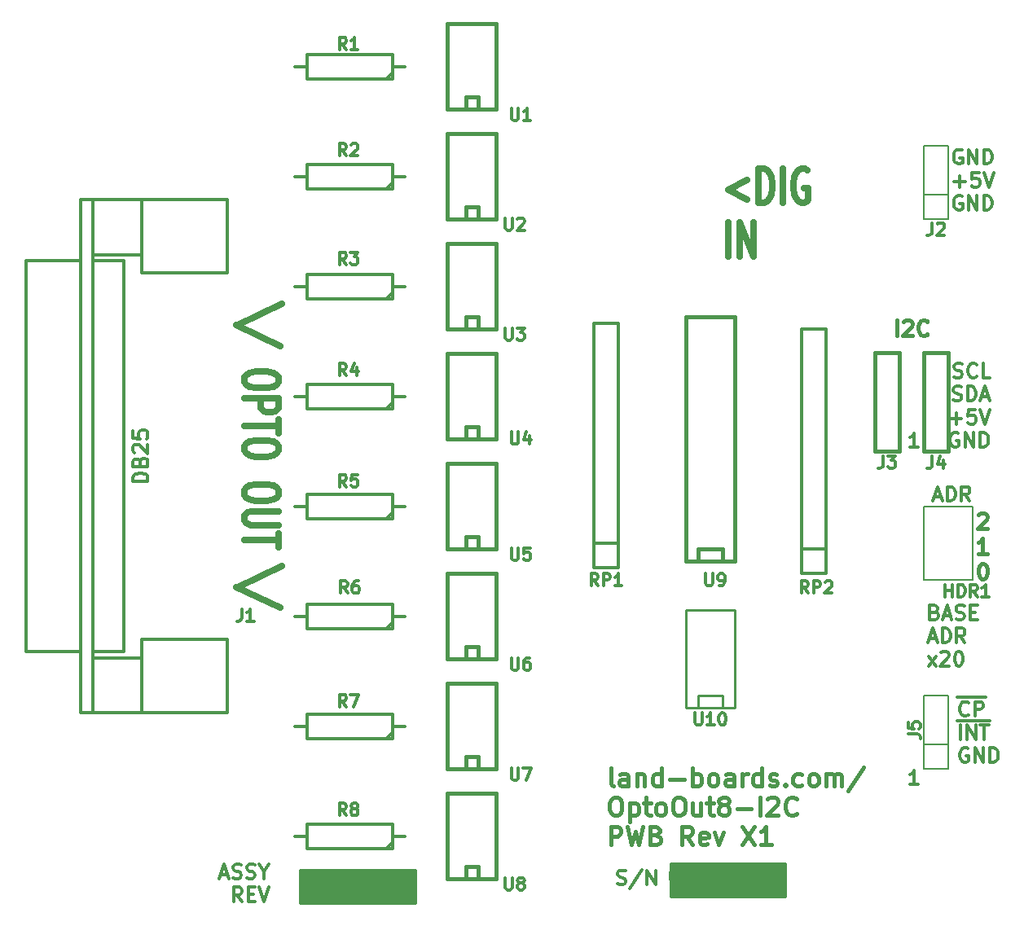
<source format=gto>
G04 (created by PCBNEW (2013-05-31 BZR 4019)-stable) date 6/28/2014 3:05:12 PM*
%MOIN*%
G04 Gerber Fmt 3.4, Leading zero omitted, Abs format*
%FSLAX34Y34*%
G01*
G70*
G90*
G04 APERTURE LIST*
%ADD10C,0.00590551*%
%ADD11C,0.011811*%
%ADD12C,0.015*%
%ADD13C,0.015625*%
%ADD14C,0.025*%
%ADD15C,0.012*%
%ADD16C,0.008*%
%ADD17C,0.006*%
%ADD18C,0.01*%
%ADD19C,0.0125*%
G04 APERTURE END LIST*
G54D10*
G54D11*
X34912Y-20370D02*
X35193Y-20370D01*
X34856Y-20539D02*
X35053Y-19948D01*
X35249Y-20539D01*
X35446Y-20539D02*
X35446Y-19948D01*
X35587Y-19948D01*
X35671Y-19976D01*
X35728Y-20032D01*
X35756Y-20089D01*
X35784Y-20201D01*
X35784Y-20285D01*
X35756Y-20398D01*
X35728Y-20454D01*
X35671Y-20510D01*
X35587Y-20539D01*
X35446Y-20539D01*
X36374Y-20539D02*
X36177Y-20257D01*
X36037Y-20539D02*
X36037Y-19948D01*
X36262Y-19948D01*
X36318Y-19976D01*
X36346Y-20004D01*
X36374Y-20060D01*
X36374Y-20145D01*
X36346Y-20201D01*
X36318Y-20229D01*
X36262Y-20257D01*
X36037Y-20257D01*
X34268Y-32139D02*
X33931Y-32139D01*
X34100Y-32139D02*
X34100Y-31548D01*
X34043Y-31632D01*
X33987Y-31689D01*
X33931Y-31717D01*
X34268Y-18339D02*
X33931Y-18339D01*
X34100Y-18339D02*
X34100Y-17748D01*
X34043Y-17832D01*
X33987Y-17889D01*
X33931Y-17917D01*
X36050Y-6176D02*
X35993Y-6148D01*
X35909Y-6148D01*
X35825Y-6176D01*
X35768Y-6232D01*
X35740Y-6289D01*
X35712Y-6401D01*
X35712Y-6485D01*
X35740Y-6598D01*
X35768Y-6654D01*
X35825Y-6710D01*
X35909Y-6739D01*
X35965Y-6739D01*
X36050Y-6710D01*
X36078Y-6682D01*
X36078Y-6485D01*
X35965Y-6485D01*
X36331Y-6739D02*
X36331Y-6148D01*
X36668Y-6739D01*
X36668Y-6148D01*
X36949Y-6739D02*
X36949Y-6148D01*
X37090Y-6148D01*
X37174Y-6176D01*
X37231Y-6232D01*
X37259Y-6289D01*
X37287Y-6401D01*
X37287Y-6485D01*
X37259Y-6598D01*
X37231Y-6654D01*
X37174Y-6710D01*
X37090Y-6739D01*
X36949Y-6739D01*
X35740Y-7458D02*
X36190Y-7458D01*
X35965Y-7683D02*
X35965Y-7233D01*
X36753Y-7093D02*
X36471Y-7093D01*
X36443Y-7374D01*
X36471Y-7346D01*
X36528Y-7318D01*
X36668Y-7318D01*
X36724Y-7346D01*
X36753Y-7374D01*
X36781Y-7430D01*
X36781Y-7571D01*
X36753Y-7627D01*
X36724Y-7655D01*
X36668Y-7683D01*
X36528Y-7683D01*
X36471Y-7655D01*
X36443Y-7627D01*
X36949Y-7093D02*
X37146Y-7683D01*
X37343Y-7093D01*
X36050Y-8066D02*
X35993Y-8038D01*
X35909Y-8038D01*
X35825Y-8066D01*
X35768Y-8122D01*
X35740Y-8178D01*
X35712Y-8291D01*
X35712Y-8375D01*
X35740Y-8488D01*
X35768Y-8544D01*
X35825Y-8600D01*
X35909Y-8628D01*
X35965Y-8628D01*
X36050Y-8600D01*
X36078Y-8572D01*
X36078Y-8375D01*
X35965Y-8375D01*
X36331Y-8628D02*
X36331Y-8038D01*
X36668Y-8628D01*
X36668Y-8038D01*
X36949Y-8628D02*
X36949Y-8038D01*
X37090Y-8038D01*
X37174Y-8066D01*
X37231Y-8122D01*
X37259Y-8178D01*
X37287Y-8291D01*
X37287Y-8375D01*
X37259Y-8488D01*
X37231Y-8544D01*
X37174Y-8600D01*
X37090Y-8628D01*
X36949Y-8628D01*
X36328Y-29282D02*
X36299Y-29310D01*
X36215Y-29339D01*
X36159Y-29339D01*
X36074Y-29310D01*
X36018Y-29254D01*
X35990Y-29198D01*
X35962Y-29085D01*
X35962Y-29001D01*
X35990Y-28889D01*
X36018Y-28832D01*
X36074Y-28776D01*
X36159Y-28748D01*
X36215Y-28748D01*
X36299Y-28776D01*
X36328Y-28804D01*
X36581Y-29339D02*
X36581Y-28748D01*
X36806Y-28748D01*
X36862Y-28776D01*
X36890Y-28804D01*
X36918Y-28860D01*
X36918Y-28945D01*
X36890Y-29001D01*
X36862Y-29029D01*
X36806Y-29057D01*
X36581Y-29057D01*
X35850Y-28568D02*
X37031Y-28568D01*
X35990Y-30283D02*
X35990Y-29693D01*
X36271Y-30283D02*
X36271Y-29693D01*
X36609Y-30283D01*
X36609Y-29693D01*
X36806Y-29693D02*
X37143Y-29693D01*
X36974Y-30283D02*
X36974Y-29693D01*
X35850Y-29513D02*
X37199Y-29513D01*
X36299Y-30666D02*
X36243Y-30638D01*
X36159Y-30638D01*
X36074Y-30666D01*
X36018Y-30722D01*
X35990Y-30778D01*
X35962Y-30891D01*
X35962Y-30975D01*
X35990Y-31088D01*
X36018Y-31144D01*
X36074Y-31200D01*
X36159Y-31228D01*
X36215Y-31228D01*
X36299Y-31200D01*
X36328Y-31172D01*
X36328Y-30975D01*
X36215Y-30975D01*
X36581Y-31228D02*
X36581Y-30638D01*
X36918Y-31228D01*
X36918Y-30638D01*
X37199Y-31228D02*
X37199Y-30638D01*
X37340Y-30638D01*
X37424Y-30666D01*
X37481Y-30722D01*
X37509Y-30778D01*
X37537Y-30891D01*
X37537Y-30975D01*
X37509Y-31088D01*
X37481Y-31144D01*
X37424Y-31200D01*
X37340Y-31228D01*
X37199Y-31228D01*
X34937Y-25079D02*
X35021Y-25107D01*
X35049Y-25135D01*
X35078Y-25192D01*
X35078Y-25276D01*
X35049Y-25332D01*
X35021Y-25360D01*
X34965Y-25389D01*
X34740Y-25389D01*
X34740Y-24798D01*
X34937Y-24798D01*
X34993Y-24826D01*
X35021Y-24854D01*
X35049Y-24910D01*
X35049Y-24967D01*
X35021Y-25023D01*
X34993Y-25051D01*
X34937Y-25079D01*
X34740Y-25079D01*
X35303Y-25220D02*
X35584Y-25220D01*
X35246Y-25389D02*
X35443Y-24798D01*
X35640Y-25389D01*
X35809Y-25360D02*
X35893Y-25389D01*
X36034Y-25389D01*
X36090Y-25360D01*
X36118Y-25332D01*
X36146Y-25276D01*
X36146Y-25220D01*
X36118Y-25164D01*
X36090Y-25135D01*
X36034Y-25107D01*
X35921Y-25079D01*
X35865Y-25051D01*
X35837Y-25023D01*
X35809Y-24967D01*
X35809Y-24910D01*
X35837Y-24854D01*
X35865Y-24826D01*
X35921Y-24798D01*
X36062Y-24798D01*
X36146Y-24826D01*
X36399Y-25079D02*
X36596Y-25079D01*
X36680Y-25389D02*
X36399Y-25389D01*
X36399Y-24798D01*
X36680Y-24798D01*
X34712Y-26165D02*
X34993Y-26165D01*
X34656Y-26333D02*
X34853Y-25743D01*
X35049Y-26333D01*
X35246Y-26333D02*
X35246Y-25743D01*
X35387Y-25743D01*
X35471Y-25771D01*
X35528Y-25827D01*
X35556Y-25883D01*
X35584Y-25996D01*
X35584Y-26080D01*
X35556Y-26193D01*
X35528Y-26249D01*
X35471Y-26305D01*
X35387Y-26333D01*
X35246Y-26333D01*
X36174Y-26333D02*
X35977Y-26052D01*
X35837Y-26333D02*
X35837Y-25743D01*
X36062Y-25743D01*
X36118Y-25771D01*
X36146Y-25799D01*
X36174Y-25855D01*
X36174Y-25940D01*
X36146Y-25996D01*
X36118Y-26024D01*
X36062Y-26052D01*
X35837Y-26052D01*
X34684Y-27278D02*
X34993Y-26885D01*
X34684Y-26885D02*
X34993Y-27278D01*
X35190Y-26744D02*
X35218Y-26716D01*
X35274Y-26688D01*
X35415Y-26688D01*
X35471Y-26716D01*
X35499Y-26744D01*
X35528Y-26800D01*
X35528Y-26856D01*
X35499Y-26941D01*
X35162Y-27278D01*
X35528Y-27278D01*
X35893Y-26688D02*
X35949Y-26688D01*
X36006Y-26716D01*
X36034Y-26744D01*
X36062Y-26800D01*
X36090Y-26913D01*
X36090Y-27053D01*
X36062Y-27166D01*
X36034Y-27222D01*
X36006Y-27250D01*
X35949Y-27278D01*
X35893Y-27278D01*
X35837Y-27250D01*
X35809Y-27222D01*
X35781Y-27166D01*
X35752Y-27053D01*
X35752Y-26913D01*
X35781Y-26800D01*
X35809Y-26744D01*
X35837Y-26716D01*
X35893Y-26688D01*
G54D12*
X21785Y-32203D02*
X21714Y-32167D01*
X21678Y-32096D01*
X21678Y-31453D01*
X22392Y-32203D02*
X22392Y-31810D01*
X22357Y-31739D01*
X22285Y-31703D01*
X22142Y-31703D01*
X22071Y-31739D01*
X22392Y-32167D02*
X22321Y-32203D01*
X22142Y-32203D01*
X22071Y-32167D01*
X22035Y-32096D01*
X22035Y-32025D01*
X22071Y-31953D01*
X22142Y-31917D01*
X22321Y-31917D01*
X22392Y-31882D01*
X22749Y-31703D02*
X22749Y-32203D01*
X22749Y-31775D02*
X22785Y-31739D01*
X22857Y-31703D01*
X22964Y-31703D01*
X23035Y-31739D01*
X23071Y-31810D01*
X23071Y-32203D01*
X23749Y-32203D02*
X23749Y-31453D01*
X23749Y-32167D02*
X23678Y-32203D01*
X23535Y-32203D01*
X23464Y-32167D01*
X23428Y-32132D01*
X23392Y-32060D01*
X23392Y-31846D01*
X23428Y-31775D01*
X23464Y-31739D01*
X23535Y-31703D01*
X23678Y-31703D01*
X23749Y-31739D01*
X24107Y-31917D02*
X24678Y-31917D01*
X25035Y-32203D02*
X25035Y-31453D01*
X25035Y-31739D02*
X25107Y-31703D01*
X25249Y-31703D01*
X25321Y-31739D01*
X25357Y-31775D01*
X25392Y-31846D01*
X25392Y-32060D01*
X25357Y-32132D01*
X25321Y-32167D01*
X25249Y-32203D01*
X25107Y-32203D01*
X25035Y-32167D01*
X25821Y-32203D02*
X25749Y-32167D01*
X25714Y-32132D01*
X25678Y-32060D01*
X25678Y-31846D01*
X25714Y-31775D01*
X25749Y-31739D01*
X25821Y-31703D01*
X25928Y-31703D01*
X25999Y-31739D01*
X26035Y-31775D01*
X26071Y-31846D01*
X26071Y-32060D01*
X26035Y-32132D01*
X25999Y-32167D01*
X25928Y-32203D01*
X25821Y-32203D01*
X26714Y-32203D02*
X26714Y-31810D01*
X26678Y-31739D01*
X26607Y-31703D01*
X26464Y-31703D01*
X26392Y-31739D01*
X26714Y-32167D02*
X26642Y-32203D01*
X26464Y-32203D01*
X26392Y-32167D01*
X26357Y-32096D01*
X26357Y-32025D01*
X26392Y-31953D01*
X26464Y-31917D01*
X26642Y-31917D01*
X26714Y-31882D01*
X27071Y-32203D02*
X27071Y-31703D01*
X27071Y-31846D02*
X27107Y-31775D01*
X27142Y-31739D01*
X27214Y-31703D01*
X27285Y-31703D01*
X27857Y-32203D02*
X27857Y-31453D01*
X27857Y-32167D02*
X27785Y-32203D01*
X27642Y-32203D01*
X27571Y-32167D01*
X27535Y-32132D01*
X27499Y-32060D01*
X27499Y-31846D01*
X27535Y-31775D01*
X27571Y-31739D01*
X27642Y-31703D01*
X27785Y-31703D01*
X27857Y-31739D01*
X28178Y-32167D02*
X28249Y-32203D01*
X28392Y-32203D01*
X28464Y-32167D01*
X28499Y-32096D01*
X28499Y-32060D01*
X28464Y-31989D01*
X28392Y-31953D01*
X28285Y-31953D01*
X28214Y-31917D01*
X28178Y-31846D01*
X28178Y-31810D01*
X28214Y-31739D01*
X28285Y-31703D01*
X28392Y-31703D01*
X28464Y-31739D01*
X28821Y-32132D02*
X28857Y-32167D01*
X28821Y-32203D01*
X28785Y-32167D01*
X28821Y-32132D01*
X28821Y-32203D01*
X29499Y-32167D02*
X29428Y-32203D01*
X29285Y-32203D01*
X29214Y-32167D01*
X29178Y-32132D01*
X29142Y-32060D01*
X29142Y-31846D01*
X29178Y-31775D01*
X29214Y-31739D01*
X29285Y-31703D01*
X29428Y-31703D01*
X29499Y-31739D01*
X29928Y-32203D02*
X29857Y-32167D01*
X29821Y-32132D01*
X29785Y-32060D01*
X29785Y-31846D01*
X29821Y-31775D01*
X29857Y-31739D01*
X29928Y-31703D01*
X30035Y-31703D01*
X30107Y-31739D01*
X30142Y-31775D01*
X30178Y-31846D01*
X30178Y-32060D01*
X30142Y-32132D01*
X30107Y-32167D01*
X30035Y-32203D01*
X29928Y-32203D01*
X30499Y-32203D02*
X30499Y-31703D01*
X30499Y-31775D02*
X30535Y-31739D01*
X30607Y-31703D01*
X30714Y-31703D01*
X30785Y-31739D01*
X30821Y-31810D01*
X30821Y-32203D01*
X30821Y-31810D02*
X30857Y-31739D01*
X30928Y-31703D01*
X31035Y-31703D01*
X31107Y-31739D01*
X31142Y-31810D01*
X31142Y-32203D01*
X32035Y-31417D02*
X31392Y-32382D01*
X21821Y-32653D02*
X21964Y-32653D01*
X22035Y-32689D01*
X22107Y-32760D01*
X22142Y-32903D01*
X22142Y-33153D01*
X22107Y-33296D01*
X22035Y-33367D01*
X21964Y-33403D01*
X21821Y-33403D01*
X21750Y-33367D01*
X21678Y-33296D01*
X21642Y-33153D01*
X21642Y-32903D01*
X21678Y-32760D01*
X21750Y-32689D01*
X21821Y-32653D01*
X22464Y-32903D02*
X22464Y-33653D01*
X22464Y-32939D02*
X22535Y-32903D01*
X22678Y-32903D01*
X22750Y-32939D01*
X22785Y-32975D01*
X22821Y-33046D01*
X22821Y-33260D01*
X22785Y-33332D01*
X22750Y-33367D01*
X22678Y-33403D01*
X22535Y-33403D01*
X22464Y-33367D01*
X23035Y-32903D02*
X23321Y-32903D01*
X23142Y-32653D02*
X23142Y-33296D01*
X23178Y-33367D01*
X23249Y-33403D01*
X23321Y-33403D01*
X23678Y-33403D02*
X23607Y-33367D01*
X23571Y-33332D01*
X23535Y-33260D01*
X23535Y-33046D01*
X23571Y-32975D01*
X23607Y-32939D01*
X23678Y-32903D01*
X23785Y-32903D01*
X23857Y-32939D01*
X23892Y-32975D01*
X23928Y-33046D01*
X23928Y-33260D01*
X23892Y-33332D01*
X23857Y-33367D01*
X23785Y-33403D01*
X23678Y-33403D01*
X24392Y-32653D02*
X24535Y-32653D01*
X24607Y-32689D01*
X24678Y-32760D01*
X24714Y-32903D01*
X24714Y-33153D01*
X24678Y-33296D01*
X24607Y-33367D01*
X24535Y-33403D01*
X24392Y-33403D01*
X24321Y-33367D01*
X24249Y-33296D01*
X24214Y-33153D01*
X24214Y-32903D01*
X24249Y-32760D01*
X24321Y-32689D01*
X24392Y-32653D01*
X25357Y-32903D02*
X25357Y-33403D01*
X25035Y-32903D02*
X25035Y-33296D01*
X25071Y-33367D01*
X25142Y-33403D01*
X25249Y-33403D01*
X25321Y-33367D01*
X25357Y-33332D01*
X25607Y-32903D02*
X25892Y-32903D01*
X25714Y-32653D02*
X25714Y-33296D01*
X25749Y-33367D01*
X25821Y-33403D01*
X25892Y-33403D01*
X26249Y-32975D02*
X26178Y-32939D01*
X26142Y-32903D01*
X26107Y-32832D01*
X26107Y-32796D01*
X26142Y-32725D01*
X26178Y-32689D01*
X26249Y-32653D01*
X26392Y-32653D01*
X26464Y-32689D01*
X26499Y-32725D01*
X26535Y-32796D01*
X26535Y-32832D01*
X26499Y-32903D01*
X26464Y-32939D01*
X26392Y-32975D01*
X26249Y-32975D01*
X26178Y-33010D01*
X26142Y-33046D01*
X26107Y-33117D01*
X26107Y-33260D01*
X26142Y-33332D01*
X26178Y-33367D01*
X26249Y-33403D01*
X26392Y-33403D01*
X26464Y-33367D01*
X26499Y-33332D01*
X26535Y-33260D01*
X26535Y-33117D01*
X26499Y-33046D01*
X26464Y-33010D01*
X26392Y-32975D01*
X26857Y-33117D02*
X27428Y-33117D01*
X27785Y-33403D02*
X27785Y-32653D01*
X28107Y-32725D02*
X28142Y-32689D01*
X28214Y-32653D01*
X28392Y-32653D01*
X28464Y-32689D01*
X28499Y-32725D01*
X28535Y-32796D01*
X28535Y-32867D01*
X28499Y-32975D01*
X28071Y-33403D01*
X28535Y-33403D01*
X29285Y-33332D02*
X29249Y-33367D01*
X29142Y-33403D01*
X29071Y-33403D01*
X28964Y-33367D01*
X28892Y-33296D01*
X28857Y-33225D01*
X28821Y-33082D01*
X28821Y-32975D01*
X28857Y-32832D01*
X28892Y-32760D01*
X28964Y-32689D01*
X29071Y-32653D01*
X29142Y-32653D01*
X29249Y-32689D01*
X29285Y-32725D01*
X21678Y-34603D02*
X21678Y-33853D01*
X21964Y-33853D01*
X22035Y-33889D01*
X22071Y-33925D01*
X22107Y-33996D01*
X22107Y-34103D01*
X22071Y-34175D01*
X22035Y-34210D01*
X21964Y-34246D01*
X21678Y-34246D01*
X22357Y-33853D02*
X22535Y-34603D01*
X22678Y-34067D01*
X22821Y-34603D01*
X23000Y-33853D01*
X23535Y-34210D02*
X23642Y-34246D01*
X23678Y-34282D01*
X23714Y-34353D01*
X23714Y-34460D01*
X23678Y-34532D01*
X23642Y-34567D01*
X23571Y-34603D01*
X23285Y-34603D01*
X23285Y-33853D01*
X23535Y-33853D01*
X23607Y-33889D01*
X23642Y-33925D01*
X23678Y-33996D01*
X23678Y-34067D01*
X23642Y-34139D01*
X23607Y-34175D01*
X23535Y-34210D01*
X23285Y-34210D01*
X25035Y-34603D02*
X24785Y-34246D01*
X24607Y-34603D02*
X24607Y-33853D01*
X24892Y-33853D01*
X24964Y-33889D01*
X25000Y-33925D01*
X25035Y-33996D01*
X25035Y-34103D01*
X25000Y-34175D01*
X24964Y-34210D01*
X24892Y-34246D01*
X24607Y-34246D01*
X25642Y-34567D02*
X25571Y-34603D01*
X25428Y-34603D01*
X25357Y-34567D01*
X25321Y-34496D01*
X25321Y-34210D01*
X25357Y-34139D01*
X25428Y-34103D01*
X25571Y-34103D01*
X25642Y-34139D01*
X25678Y-34210D01*
X25678Y-34282D01*
X25321Y-34353D01*
X25928Y-34103D02*
X26107Y-34603D01*
X26285Y-34103D01*
X27071Y-33853D02*
X27571Y-34603D01*
X27571Y-33853D02*
X27071Y-34603D01*
X28250Y-34603D02*
X27821Y-34603D01*
X28035Y-34603D02*
X28035Y-33853D01*
X27964Y-33960D01*
X27892Y-34032D01*
X27821Y-34067D01*
G54D11*
X21962Y-36210D02*
X22047Y-36239D01*
X22187Y-36239D01*
X22243Y-36210D01*
X22272Y-36182D01*
X22300Y-36126D01*
X22300Y-36070D01*
X22272Y-36014D01*
X22243Y-35985D01*
X22187Y-35957D01*
X22075Y-35929D01*
X22018Y-35901D01*
X21990Y-35873D01*
X21962Y-35817D01*
X21962Y-35760D01*
X21990Y-35704D01*
X22018Y-35676D01*
X22075Y-35648D01*
X22215Y-35648D01*
X22300Y-35676D01*
X22975Y-35620D02*
X22468Y-36379D01*
X23171Y-36239D02*
X23171Y-35648D01*
X23509Y-36239D01*
X23509Y-35648D01*
G54D13*
X33389Y-13752D02*
X33389Y-13127D01*
X33657Y-13187D02*
X33687Y-13157D01*
X33747Y-13127D01*
X33895Y-13127D01*
X33955Y-13157D01*
X33985Y-13187D01*
X34014Y-13247D01*
X34014Y-13306D01*
X33985Y-13395D01*
X33627Y-13752D01*
X34014Y-13752D01*
X34639Y-13693D02*
X34610Y-13723D01*
X34520Y-13752D01*
X34461Y-13752D01*
X34372Y-13723D01*
X34312Y-13663D01*
X34282Y-13604D01*
X34252Y-13485D01*
X34252Y-13395D01*
X34282Y-13276D01*
X34312Y-13217D01*
X34372Y-13157D01*
X34461Y-13127D01*
X34520Y-13127D01*
X34610Y-13157D01*
X34639Y-13187D01*
G54D11*
X35731Y-15460D02*
X35815Y-15489D01*
X35956Y-15489D01*
X36012Y-15460D01*
X36040Y-15432D01*
X36068Y-15376D01*
X36068Y-15320D01*
X36040Y-15264D01*
X36012Y-15235D01*
X35956Y-15207D01*
X35843Y-15179D01*
X35787Y-15151D01*
X35759Y-15123D01*
X35731Y-15067D01*
X35731Y-15010D01*
X35759Y-14954D01*
X35787Y-14926D01*
X35843Y-14898D01*
X35984Y-14898D01*
X36068Y-14926D01*
X36659Y-15432D02*
X36631Y-15460D01*
X36546Y-15489D01*
X36490Y-15489D01*
X36406Y-15460D01*
X36350Y-15404D01*
X36321Y-15348D01*
X36293Y-15235D01*
X36293Y-15151D01*
X36321Y-15039D01*
X36350Y-14982D01*
X36406Y-14926D01*
X36490Y-14898D01*
X36546Y-14898D01*
X36631Y-14926D01*
X36659Y-14954D01*
X37193Y-15489D02*
X36912Y-15489D01*
X36912Y-14898D01*
X35703Y-16405D02*
X35787Y-16433D01*
X35928Y-16433D01*
X35984Y-16405D01*
X36012Y-16377D01*
X36040Y-16321D01*
X36040Y-16265D01*
X36012Y-16208D01*
X35984Y-16180D01*
X35928Y-16152D01*
X35815Y-16124D01*
X35759Y-16096D01*
X35731Y-16068D01*
X35703Y-16012D01*
X35703Y-15955D01*
X35731Y-15899D01*
X35759Y-15871D01*
X35815Y-15843D01*
X35956Y-15843D01*
X36040Y-15871D01*
X36293Y-16433D02*
X36293Y-15843D01*
X36434Y-15843D01*
X36518Y-15871D01*
X36575Y-15927D01*
X36603Y-15983D01*
X36631Y-16096D01*
X36631Y-16180D01*
X36603Y-16293D01*
X36575Y-16349D01*
X36518Y-16405D01*
X36434Y-16433D01*
X36293Y-16433D01*
X36856Y-16265D02*
X37137Y-16265D01*
X36800Y-16433D02*
X36996Y-15843D01*
X37193Y-16433D01*
X35590Y-17153D02*
X36040Y-17153D01*
X35815Y-17378D02*
X35815Y-16928D01*
X36603Y-16788D02*
X36321Y-16788D01*
X36293Y-17069D01*
X36321Y-17041D01*
X36378Y-17013D01*
X36518Y-17013D01*
X36575Y-17041D01*
X36603Y-17069D01*
X36631Y-17125D01*
X36631Y-17266D01*
X36603Y-17322D01*
X36575Y-17350D01*
X36518Y-17378D01*
X36378Y-17378D01*
X36321Y-17350D01*
X36293Y-17322D01*
X36800Y-16788D02*
X36996Y-17378D01*
X37193Y-16788D01*
X35900Y-17761D02*
X35843Y-17733D01*
X35759Y-17733D01*
X35675Y-17761D01*
X35618Y-17817D01*
X35590Y-17873D01*
X35562Y-17986D01*
X35562Y-18070D01*
X35590Y-18183D01*
X35618Y-18239D01*
X35675Y-18295D01*
X35759Y-18323D01*
X35815Y-18323D01*
X35900Y-18295D01*
X35928Y-18267D01*
X35928Y-18070D01*
X35815Y-18070D01*
X36181Y-18323D02*
X36181Y-17733D01*
X36518Y-18323D01*
X36518Y-17733D01*
X36800Y-18323D02*
X36800Y-17733D01*
X36940Y-17733D01*
X37025Y-17761D01*
X37081Y-17817D01*
X37109Y-17873D01*
X37137Y-17986D01*
X37137Y-18070D01*
X37109Y-18183D01*
X37081Y-18239D01*
X37025Y-18295D01*
X36940Y-18323D01*
X36800Y-18323D01*
G54D13*
X36721Y-21087D02*
X36751Y-21057D01*
X36810Y-21027D01*
X36959Y-21027D01*
X37019Y-21057D01*
X37048Y-21087D01*
X37078Y-21147D01*
X37078Y-21206D01*
X37048Y-21295D01*
X36691Y-21652D01*
X37078Y-21652D01*
X37078Y-22684D02*
X36721Y-22684D01*
X36900Y-22684D02*
X36900Y-22059D01*
X36840Y-22148D01*
X36780Y-22208D01*
X36721Y-22237D01*
X36870Y-23090D02*
X36929Y-23090D01*
X36989Y-23120D01*
X37019Y-23150D01*
X37048Y-23209D01*
X37078Y-23328D01*
X37078Y-23477D01*
X37048Y-23596D01*
X37019Y-23655D01*
X36989Y-23685D01*
X36929Y-23715D01*
X36870Y-23715D01*
X36810Y-23685D01*
X36780Y-23655D01*
X36751Y-23596D01*
X36721Y-23477D01*
X36721Y-23328D01*
X36751Y-23209D01*
X36780Y-23150D01*
X36810Y-23120D01*
X36870Y-23090D01*
G54D14*
X8216Y-12476D02*
X6416Y-13333D01*
X8150Y-14190D02*
X6350Y-13333D01*
X8083Y-15476D02*
X8083Y-15666D01*
X8016Y-15761D01*
X7883Y-15857D01*
X7616Y-15904D01*
X7150Y-15904D01*
X6883Y-15857D01*
X6750Y-15761D01*
X6683Y-15666D01*
X6683Y-15476D01*
X6750Y-15380D01*
X6883Y-15285D01*
X7150Y-15238D01*
X7616Y-15238D01*
X7883Y-15285D01*
X8016Y-15380D01*
X8083Y-15476D01*
X6683Y-16333D02*
X8083Y-16333D01*
X8083Y-16714D01*
X8016Y-16809D01*
X7950Y-16857D01*
X7816Y-16904D01*
X7616Y-16904D01*
X7483Y-16857D01*
X7416Y-16809D01*
X7350Y-16714D01*
X7350Y-16333D01*
X8083Y-17190D02*
X8083Y-17761D01*
X6683Y-17476D02*
X8083Y-17476D01*
X8083Y-18285D02*
X8083Y-18476D01*
X8016Y-18571D01*
X7883Y-18666D01*
X7616Y-18714D01*
X7150Y-18714D01*
X6883Y-18666D01*
X6750Y-18571D01*
X6683Y-18476D01*
X6683Y-18285D01*
X6750Y-18190D01*
X6883Y-18095D01*
X7150Y-18047D01*
X7616Y-18047D01*
X7883Y-18095D01*
X8016Y-18190D01*
X8083Y-18285D01*
X8083Y-20095D02*
X8083Y-20285D01*
X8016Y-20380D01*
X7883Y-20476D01*
X7616Y-20523D01*
X7150Y-20523D01*
X6883Y-20476D01*
X6750Y-20380D01*
X6683Y-20285D01*
X6683Y-20095D01*
X6750Y-20000D01*
X6883Y-19904D01*
X7150Y-19857D01*
X7616Y-19857D01*
X7883Y-19904D01*
X8016Y-20000D01*
X8083Y-20095D01*
X8083Y-20952D02*
X6950Y-20952D01*
X6816Y-21000D01*
X6750Y-21047D01*
X6683Y-21142D01*
X6683Y-21333D01*
X6750Y-21428D01*
X6816Y-21476D01*
X6950Y-21523D01*
X8083Y-21523D01*
X8083Y-21857D02*
X8083Y-22428D01*
X6683Y-22142D02*
X8083Y-22142D01*
X8216Y-23190D02*
X6416Y-24047D01*
X8150Y-24904D02*
X6350Y-24047D01*
X27250Y-7383D02*
X26488Y-7783D01*
X27250Y-8183D01*
X27726Y-8316D02*
X27726Y-6916D01*
X27964Y-6916D01*
X28107Y-6983D01*
X28202Y-7116D01*
X28250Y-7250D01*
X28297Y-7516D01*
X28297Y-7716D01*
X28250Y-7983D01*
X28202Y-8116D01*
X28107Y-8250D01*
X27964Y-8316D01*
X27726Y-8316D01*
X28726Y-8316D02*
X28726Y-6916D01*
X29726Y-6983D02*
X29630Y-6916D01*
X29488Y-6916D01*
X29345Y-6983D01*
X29250Y-7116D01*
X29202Y-7250D01*
X29154Y-7516D01*
X29154Y-7716D01*
X29202Y-7983D01*
X29250Y-8116D01*
X29345Y-8250D01*
X29488Y-8316D01*
X29583Y-8316D01*
X29726Y-8250D01*
X29773Y-8183D01*
X29773Y-7716D01*
X29583Y-7716D01*
X26488Y-10526D02*
X26488Y-9126D01*
X26964Y-10526D02*
X26964Y-9126D01*
X27535Y-10526D01*
X27535Y-9126D01*
G54D11*
X5725Y-35820D02*
X6006Y-35820D01*
X5669Y-35989D02*
X5865Y-35398D01*
X6062Y-35989D01*
X6231Y-35960D02*
X6315Y-35989D01*
X6456Y-35989D01*
X6512Y-35960D01*
X6540Y-35932D01*
X6568Y-35876D01*
X6568Y-35820D01*
X6540Y-35764D01*
X6512Y-35735D01*
X6456Y-35707D01*
X6343Y-35679D01*
X6287Y-35651D01*
X6259Y-35623D01*
X6231Y-35567D01*
X6231Y-35510D01*
X6259Y-35454D01*
X6287Y-35426D01*
X6343Y-35398D01*
X6484Y-35398D01*
X6568Y-35426D01*
X6793Y-35960D02*
X6878Y-35989D01*
X7018Y-35989D01*
X7075Y-35960D01*
X7103Y-35932D01*
X7131Y-35876D01*
X7131Y-35820D01*
X7103Y-35764D01*
X7075Y-35735D01*
X7018Y-35707D01*
X6906Y-35679D01*
X6850Y-35651D01*
X6821Y-35623D01*
X6793Y-35567D01*
X6793Y-35510D01*
X6821Y-35454D01*
X6850Y-35426D01*
X6906Y-35398D01*
X7046Y-35398D01*
X7131Y-35426D01*
X7496Y-35707D02*
X7496Y-35989D01*
X7300Y-35398D02*
X7496Y-35707D01*
X7693Y-35398D01*
X6597Y-36933D02*
X6400Y-36652D01*
X6259Y-36933D02*
X6259Y-36343D01*
X6484Y-36343D01*
X6540Y-36371D01*
X6568Y-36399D01*
X6597Y-36455D01*
X6597Y-36540D01*
X6568Y-36596D01*
X6540Y-36624D01*
X6484Y-36652D01*
X6259Y-36652D01*
X6850Y-36624D02*
X7046Y-36624D01*
X7131Y-36933D02*
X6850Y-36933D01*
X6850Y-36343D01*
X7131Y-36343D01*
X7300Y-36343D02*
X7496Y-36933D01*
X7693Y-36343D01*
G54D14*
X28750Y-36500D02*
X24250Y-36500D01*
X24250Y-36500D02*
X24250Y-36250D01*
X24250Y-36250D02*
X28750Y-36250D01*
X28750Y-36250D02*
X28750Y-36000D01*
X28750Y-36000D02*
X24200Y-36000D01*
X24200Y-36000D02*
X24200Y-35750D01*
X24200Y-35750D02*
X28750Y-35750D01*
X28750Y-35750D02*
X28750Y-35550D01*
X28750Y-35550D02*
X24250Y-35550D01*
G54D12*
X24150Y-36700D02*
X28800Y-36700D01*
X28800Y-36700D02*
X28800Y-35400D01*
X28800Y-35400D02*
X24150Y-35400D01*
X24150Y-35400D02*
X24150Y-36700D01*
G54D15*
X12750Y-3250D02*
X12750Y-2250D01*
X12750Y-2250D02*
X9250Y-2250D01*
X9250Y-2250D02*
X9250Y-3250D01*
X9250Y-3250D02*
X12750Y-3250D01*
X12750Y-3000D02*
X12500Y-3250D01*
X12750Y-2750D02*
X13250Y-2750D01*
X9250Y-2750D02*
X8750Y-2750D01*
X12750Y-7750D02*
X12750Y-6750D01*
X12750Y-6750D02*
X9250Y-6750D01*
X9250Y-6750D02*
X9250Y-7750D01*
X9250Y-7750D02*
X12750Y-7750D01*
X12750Y-7500D02*
X12500Y-7750D01*
X12750Y-7250D02*
X13250Y-7250D01*
X9250Y-7250D02*
X8750Y-7250D01*
X12750Y-12250D02*
X12750Y-11250D01*
X12750Y-11250D02*
X9250Y-11250D01*
X9250Y-11250D02*
X9250Y-12250D01*
X9250Y-12250D02*
X12750Y-12250D01*
X12750Y-12000D02*
X12500Y-12250D01*
X12750Y-11750D02*
X13250Y-11750D01*
X9250Y-11750D02*
X8750Y-11750D01*
X12750Y-16750D02*
X12750Y-15750D01*
X12750Y-15750D02*
X9250Y-15750D01*
X9250Y-15750D02*
X9250Y-16750D01*
X9250Y-16750D02*
X12750Y-16750D01*
X12750Y-16500D02*
X12500Y-16750D01*
X12750Y-16250D02*
X13250Y-16250D01*
X9250Y-16250D02*
X8750Y-16250D01*
X12750Y-21250D02*
X12750Y-20250D01*
X12750Y-20250D02*
X9250Y-20250D01*
X9250Y-20250D02*
X9250Y-21250D01*
X9250Y-21250D02*
X12750Y-21250D01*
X12750Y-21000D02*
X12500Y-21250D01*
X12750Y-20750D02*
X13250Y-20750D01*
X9250Y-20750D02*
X8750Y-20750D01*
X12750Y-25750D02*
X12750Y-24750D01*
X12750Y-24750D02*
X9250Y-24750D01*
X9250Y-24750D02*
X9250Y-25750D01*
X9250Y-25750D02*
X12750Y-25750D01*
X12750Y-25500D02*
X12500Y-25750D01*
X12750Y-25250D02*
X13250Y-25250D01*
X9250Y-25250D02*
X8750Y-25250D01*
X12750Y-34750D02*
X12750Y-33750D01*
X12750Y-33750D02*
X9250Y-33750D01*
X9250Y-33750D02*
X9250Y-34750D01*
X9250Y-34750D02*
X12750Y-34750D01*
X12750Y-34500D02*
X12500Y-34750D01*
X12750Y-34250D02*
X13250Y-34250D01*
X9250Y-34250D02*
X8750Y-34250D01*
X12750Y-30250D02*
X12750Y-29250D01*
X12750Y-29250D02*
X9250Y-29250D01*
X9250Y-29250D02*
X9250Y-30250D01*
X9250Y-30250D02*
X12750Y-30250D01*
X12750Y-30000D02*
X12500Y-30250D01*
X12750Y-29750D02*
X13250Y-29750D01*
X9250Y-29750D02*
X8750Y-29750D01*
G54D12*
X15000Y-36000D02*
X15000Y-32500D01*
X15000Y-32500D02*
X17000Y-32500D01*
X17000Y-32500D02*
X17000Y-36000D01*
X17000Y-36000D02*
X15000Y-36000D01*
X15750Y-36000D02*
X15750Y-35500D01*
X15750Y-35500D02*
X16250Y-35500D01*
X16250Y-35500D02*
X16250Y-36000D01*
X15000Y-4500D02*
X15000Y-1000D01*
X15000Y-1000D02*
X17000Y-1000D01*
X17000Y-1000D02*
X17000Y-4500D01*
X17000Y-4500D02*
X15000Y-4500D01*
X15750Y-4500D02*
X15750Y-4000D01*
X15750Y-4000D02*
X16250Y-4000D01*
X16250Y-4000D02*
X16250Y-4500D01*
X15000Y-9000D02*
X15000Y-5500D01*
X15000Y-5500D02*
X17000Y-5500D01*
X17000Y-5500D02*
X17000Y-9000D01*
X17000Y-9000D02*
X15000Y-9000D01*
X15750Y-9000D02*
X15750Y-8500D01*
X15750Y-8500D02*
X16250Y-8500D01*
X16250Y-8500D02*
X16250Y-9000D01*
X15000Y-13500D02*
X15000Y-10000D01*
X15000Y-10000D02*
X17000Y-10000D01*
X17000Y-10000D02*
X17000Y-13500D01*
X17000Y-13500D02*
X15000Y-13500D01*
X15750Y-13500D02*
X15750Y-13000D01*
X15750Y-13000D02*
X16250Y-13000D01*
X16250Y-13000D02*
X16250Y-13500D01*
X15000Y-18000D02*
X15000Y-14500D01*
X15000Y-14500D02*
X17000Y-14500D01*
X17000Y-14500D02*
X17000Y-18000D01*
X17000Y-18000D02*
X15000Y-18000D01*
X15750Y-18000D02*
X15750Y-17500D01*
X15750Y-17500D02*
X16250Y-17500D01*
X16250Y-17500D02*
X16250Y-18000D01*
X15000Y-22500D02*
X15000Y-19000D01*
X15000Y-19000D02*
X17000Y-19000D01*
X17000Y-19000D02*
X17000Y-22500D01*
X17000Y-22500D02*
X15000Y-22500D01*
X15750Y-22500D02*
X15750Y-22000D01*
X15750Y-22000D02*
X16250Y-22000D01*
X16250Y-22000D02*
X16250Y-22500D01*
X15000Y-27000D02*
X15000Y-23500D01*
X15000Y-23500D02*
X17000Y-23500D01*
X17000Y-23500D02*
X17000Y-27000D01*
X17000Y-27000D02*
X15000Y-27000D01*
X15750Y-27000D02*
X15750Y-26500D01*
X15750Y-26500D02*
X16250Y-26500D01*
X16250Y-26500D02*
X16250Y-27000D01*
X15000Y-31500D02*
X15000Y-28000D01*
X15000Y-28000D02*
X17000Y-28000D01*
X17000Y-28000D02*
X17000Y-31500D01*
X17000Y-31500D02*
X15000Y-31500D01*
X15750Y-31500D02*
X15750Y-31000D01*
X15750Y-31000D02*
X16250Y-31000D01*
X16250Y-31000D02*
X16250Y-31500D01*
G54D14*
X13600Y-36750D02*
X9100Y-36750D01*
X9100Y-36750D02*
X9100Y-36500D01*
X9100Y-36500D02*
X13600Y-36500D01*
X13600Y-36500D02*
X13600Y-36250D01*
X13600Y-36250D02*
X9050Y-36250D01*
X9050Y-36250D02*
X9050Y-36000D01*
X9050Y-36000D02*
X13600Y-36000D01*
X13600Y-36000D02*
X13600Y-35800D01*
X13600Y-35800D02*
X9100Y-35800D01*
G54D12*
X9000Y-36950D02*
X13650Y-36950D01*
X13650Y-36950D02*
X13650Y-35650D01*
X13650Y-35650D02*
X9000Y-35650D01*
X9000Y-35650D02*
X9000Y-36950D01*
X34508Y-18492D02*
X34508Y-14457D01*
X34508Y-14457D02*
X35492Y-14457D01*
X34508Y-18492D02*
X35492Y-18492D01*
X35492Y-18492D02*
X35492Y-14457D01*
G54D16*
X34500Y-23750D02*
X34500Y-20750D01*
X36500Y-20750D02*
X36500Y-23750D01*
X36500Y-23750D02*
X34500Y-23750D01*
X34500Y-20750D02*
X36500Y-20750D01*
G54D12*
X25250Y-23000D02*
X25250Y-22500D01*
X25250Y-22500D02*
X26250Y-22500D01*
X26250Y-22500D02*
X26250Y-23000D01*
X24750Y-23000D02*
X24750Y-13000D01*
X24750Y-13000D02*
X26750Y-13000D01*
X26750Y-13000D02*
X26750Y-23000D01*
X26750Y-23000D02*
X24750Y-23000D01*
G54D15*
X500Y-8200D02*
X6000Y-8200D01*
X2500Y-11200D02*
X6000Y-11200D01*
X500Y-10450D02*
X2500Y-10450D01*
X500Y-26950D02*
X2500Y-26950D01*
X2500Y-26200D02*
X6000Y-26200D01*
X6000Y-29200D02*
X500Y-29200D01*
X2500Y-8200D02*
X2500Y-11200D01*
X2500Y-29200D02*
X2500Y-26200D01*
X1750Y-10700D02*
X500Y-10700D01*
X1750Y-26700D02*
X500Y-26700D01*
X-2250Y-10700D02*
X0Y-10700D01*
X-2250Y-26700D02*
X0Y-26700D01*
X500Y-8200D02*
X0Y-8200D01*
X0Y-8200D02*
X0Y-29200D01*
X0Y-29200D02*
X500Y-29200D01*
X500Y-29200D02*
X500Y-8200D01*
X6000Y-11200D02*
X6000Y-8200D01*
X1750Y-26700D02*
X1750Y-10700D01*
X-2250Y-26700D02*
X-2250Y-10700D01*
X6000Y-29200D02*
X6000Y-26200D01*
X22000Y-23250D02*
X21000Y-23250D01*
X21000Y-23250D02*
X21000Y-13250D01*
X21000Y-13250D02*
X22000Y-13250D01*
X22000Y-13250D02*
X22000Y-23250D01*
X22000Y-22250D02*
X21000Y-22250D01*
X30500Y-23500D02*
X29500Y-23500D01*
X29500Y-23500D02*
X29500Y-13500D01*
X29500Y-13500D02*
X30500Y-13500D01*
X30500Y-13500D02*
X30500Y-23500D01*
X30500Y-22500D02*
X29500Y-22500D01*
G54D12*
X32508Y-18492D02*
X32508Y-14457D01*
X32508Y-14457D02*
X33492Y-14457D01*
X32508Y-18492D02*
X33492Y-18492D01*
X33492Y-18492D02*
X33492Y-14457D01*
G54D17*
X35500Y-9000D02*
X34500Y-9000D01*
X34500Y-9000D02*
X34500Y-6000D01*
X34500Y-6000D02*
X35500Y-6000D01*
X35500Y-6000D02*
X35500Y-9000D01*
X34500Y-8000D02*
X35500Y-8000D01*
X35500Y-31500D02*
X34500Y-31500D01*
X34500Y-31500D02*
X34500Y-28500D01*
X34500Y-28500D02*
X35500Y-28500D01*
X35500Y-28500D02*
X35500Y-31500D01*
X34500Y-30500D02*
X35500Y-30500D01*
G54D18*
X25250Y-29000D02*
X25250Y-28500D01*
X25250Y-28500D02*
X26250Y-28500D01*
X26250Y-28500D02*
X26250Y-29000D01*
X24750Y-29000D02*
X24750Y-25000D01*
X24750Y-25000D02*
X26750Y-25000D01*
X26750Y-25000D02*
X26750Y-29000D01*
X26750Y-29000D02*
X24750Y-29000D01*
G54D19*
X10866Y-2052D02*
X10700Y-1814D01*
X10580Y-2052D02*
X10580Y-1552D01*
X10771Y-1552D01*
X10819Y-1576D01*
X10842Y-1600D01*
X10866Y-1647D01*
X10866Y-1719D01*
X10842Y-1766D01*
X10819Y-1790D01*
X10771Y-1814D01*
X10580Y-1814D01*
X11342Y-2052D02*
X11057Y-2052D01*
X11200Y-2052D02*
X11200Y-1552D01*
X11152Y-1623D01*
X11104Y-1671D01*
X11057Y-1695D01*
X10866Y-6402D02*
X10700Y-6164D01*
X10580Y-6402D02*
X10580Y-5902D01*
X10771Y-5902D01*
X10819Y-5926D01*
X10842Y-5950D01*
X10866Y-5997D01*
X10866Y-6069D01*
X10842Y-6116D01*
X10819Y-6140D01*
X10771Y-6164D01*
X10580Y-6164D01*
X11057Y-5950D02*
X11080Y-5926D01*
X11128Y-5902D01*
X11247Y-5902D01*
X11295Y-5926D01*
X11319Y-5950D01*
X11342Y-5997D01*
X11342Y-6045D01*
X11319Y-6116D01*
X11033Y-6402D01*
X11342Y-6402D01*
X10866Y-10852D02*
X10700Y-10614D01*
X10580Y-10852D02*
X10580Y-10352D01*
X10771Y-10352D01*
X10819Y-10376D01*
X10842Y-10400D01*
X10866Y-10447D01*
X10866Y-10519D01*
X10842Y-10566D01*
X10819Y-10590D01*
X10771Y-10614D01*
X10580Y-10614D01*
X11033Y-10352D02*
X11342Y-10352D01*
X11176Y-10542D01*
X11247Y-10542D01*
X11295Y-10566D01*
X11319Y-10590D01*
X11342Y-10638D01*
X11342Y-10757D01*
X11319Y-10804D01*
X11295Y-10828D01*
X11247Y-10852D01*
X11104Y-10852D01*
X11057Y-10828D01*
X11033Y-10804D01*
X10866Y-15402D02*
X10700Y-15164D01*
X10580Y-15402D02*
X10580Y-14902D01*
X10771Y-14902D01*
X10819Y-14926D01*
X10842Y-14950D01*
X10866Y-14997D01*
X10866Y-15069D01*
X10842Y-15116D01*
X10819Y-15140D01*
X10771Y-15164D01*
X10580Y-15164D01*
X11295Y-15069D02*
X11295Y-15402D01*
X11176Y-14878D02*
X11057Y-15235D01*
X11366Y-15235D01*
X10866Y-19952D02*
X10700Y-19714D01*
X10580Y-19952D02*
X10580Y-19452D01*
X10771Y-19452D01*
X10819Y-19476D01*
X10842Y-19500D01*
X10866Y-19547D01*
X10866Y-19619D01*
X10842Y-19666D01*
X10819Y-19690D01*
X10771Y-19714D01*
X10580Y-19714D01*
X11319Y-19452D02*
X11080Y-19452D01*
X11057Y-19690D01*
X11080Y-19666D01*
X11128Y-19642D01*
X11247Y-19642D01*
X11295Y-19666D01*
X11319Y-19690D01*
X11342Y-19738D01*
X11342Y-19857D01*
X11319Y-19904D01*
X11295Y-19928D01*
X11247Y-19952D01*
X11128Y-19952D01*
X11080Y-19928D01*
X11057Y-19904D01*
X10916Y-24302D02*
X10750Y-24064D01*
X10630Y-24302D02*
X10630Y-23802D01*
X10821Y-23802D01*
X10869Y-23826D01*
X10892Y-23850D01*
X10916Y-23897D01*
X10916Y-23969D01*
X10892Y-24016D01*
X10869Y-24040D01*
X10821Y-24064D01*
X10630Y-24064D01*
X11345Y-23802D02*
X11250Y-23802D01*
X11202Y-23826D01*
X11178Y-23850D01*
X11130Y-23921D01*
X11107Y-24016D01*
X11107Y-24207D01*
X11130Y-24254D01*
X11154Y-24278D01*
X11202Y-24302D01*
X11297Y-24302D01*
X11345Y-24278D01*
X11369Y-24254D01*
X11392Y-24207D01*
X11392Y-24088D01*
X11369Y-24040D01*
X11345Y-24016D01*
X11297Y-23992D01*
X11202Y-23992D01*
X11154Y-24016D01*
X11130Y-24040D01*
X11107Y-24088D01*
X10866Y-33402D02*
X10700Y-33164D01*
X10580Y-33402D02*
X10580Y-32902D01*
X10771Y-32902D01*
X10819Y-32926D01*
X10842Y-32950D01*
X10866Y-32997D01*
X10866Y-33069D01*
X10842Y-33116D01*
X10819Y-33140D01*
X10771Y-33164D01*
X10580Y-33164D01*
X11152Y-33116D02*
X11104Y-33092D01*
X11080Y-33069D01*
X11057Y-33021D01*
X11057Y-32997D01*
X11080Y-32950D01*
X11104Y-32926D01*
X11152Y-32902D01*
X11247Y-32902D01*
X11295Y-32926D01*
X11319Y-32950D01*
X11342Y-32997D01*
X11342Y-33021D01*
X11319Y-33069D01*
X11295Y-33092D01*
X11247Y-33116D01*
X11152Y-33116D01*
X11104Y-33140D01*
X11080Y-33164D01*
X11057Y-33211D01*
X11057Y-33307D01*
X11080Y-33354D01*
X11104Y-33378D01*
X11152Y-33402D01*
X11247Y-33402D01*
X11295Y-33378D01*
X11319Y-33354D01*
X11342Y-33307D01*
X11342Y-33211D01*
X11319Y-33164D01*
X11295Y-33140D01*
X11247Y-33116D01*
X10866Y-28952D02*
X10700Y-28714D01*
X10580Y-28952D02*
X10580Y-28452D01*
X10771Y-28452D01*
X10819Y-28476D01*
X10842Y-28500D01*
X10866Y-28547D01*
X10866Y-28619D01*
X10842Y-28666D01*
X10819Y-28690D01*
X10771Y-28714D01*
X10580Y-28714D01*
X11033Y-28452D02*
X11366Y-28452D01*
X11152Y-28952D01*
X17369Y-35952D02*
X17369Y-36357D01*
X17392Y-36404D01*
X17416Y-36428D01*
X17464Y-36452D01*
X17559Y-36452D01*
X17607Y-36428D01*
X17630Y-36404D01*
X17654Y-36357D01*
X17654Y-35952D01*
X17964Y-36166D02*
X17916Y-36142D01*
X17892Y-36119D01*
X17869Y-36071D01*
X17869Y-36047D01*
X17892Y-36000D01*
X17916Y-35976D01*
X17964Y-35952D01*
X18059Y-35952D01*
X18107Y-35976D01*
X18130Y-36000D01*
X18154Y-36047D01*
X18154Y-36071D01*
X18130Y-36119D01*
X18107Y-36142D01*
X18059Y-36166D01*
X17964Y-36166D01*
X17916Y-36190D01*
X17892Y-36214D01*
X17869Y-36261D01*
X17869Y-36357D01*
X17892Y-36404D01*
X17916Y-36428D01*
X17964Y-36452D01*
X18059Y-36452D01*
X18107Y-36428D01*
X18130Y-36404D01*
X18154Y-36357D01*
X18154Y-36261D01*
X18130Y-36214D01*
X18107Y-36190D01*
X18059Y-36166D01*
X17619Y-4452D02*
X17619Y-4857D01*
X17642Y-4904D01*
X17666Y-4928D01*
X17714Y-4952D01*
X17809Y-4952D01*
X17857Y-4928D01*
X17880Y-4904D01*
X17904Y-4857D01*
X17904Y-4452D01*
X18404Y-4952D02*
X18119Y-4952D01*
X18261Y-4952D02*
X18261Y-4452D01*
X18214Y-4523D01*
X18166Y-4571D01*
X18119Y-4595D01*
X17369Y-8952D02*
X17369Y-9357D01*
X17392Y-9404D01*
X17416Y-9428D01*
X17464Y-9452D01*
X17559Y-9452D01*
X17607Y-9428D01*
X17630Y-9404D01*
X17654Y-9357D01*
X17654Y-8952D01*
X17869Y-9000D02*
X17892Y-8976D01*
X17940Y-8952D01*
X18059Y-8952D01*
X18107Y-8976D01*
X18130Y-9000D01*
X18154Y-9047D01*
X18154Y-9095D01*
X18130Y-9166D01*
X17845Y-9452D01*
X18154Y-9452D01*
X17369Y-13452D02*
X17369Y-13857D01*
X17392Y-13904D01*
X17416Y-13928D01*
X17464Y-13952D01*
X17559Y-13952D01*
X17607Y-13928D01*
X17630Y-13904D01*
X17654Y-13857D01*
X17654Y-13452D01*
X17845Y-13452D02*
X18154Y-13452D01*
X17988Y-13642D01*
X18059Y-13642D01*
X18107Y-13666D01*
X18130Y-13690D01*
X18154Y-13738D01*
X18154Y-13857D01*
X18130Y-13904D01*
X18107Y-13928D01*
X18059Y-13952D01*
X17916Y-13952D01*
X17869Y-13928D01*
X17845Y-13904D01*
X17619Y-17702D02*
X17619Y-18107D01*
X17642Y-18154D01*
X17666Y-18178D01*
X17714Y-18202D01*
X17809Y-18202D01*
X17857Y-18178D01*
X17880Y-18154D01*
X17904Y-18107D01*
X17904Y-17702D01*
X18357Y-17869D02*
X18357Y-18202D01*
X18238Y-17678D02*
X18119Y-18035D01*
X18428Y-18035D01*
X17619Y-22452D02*
X17619Y-22857D01*
X17642Y-22904D01*
X17666Y-22928D01*
X17714Y-22952D01*
X17809Y-22952D01*
X17857Y-22928D01*
X17880Y-22904D01*
X17904Y-22857D01*
X17904Y-22452D01*
X18380Y-22452D02*
X18142Y-22452D01*
X18119Y-22690D01*
X18142Y-22666D01*
X18190Y-22642D01*
X18309Y-22642D01*
X18357Y-22666D01*
X18380Y-22690D01*
X18404Y-22738D01*
X18404Y-22857D01*
X18380Y-22904D01*
X18357Y-22928D01*
X18309Y-22952D01*
X18190Y-22952D01*
X18142Y-22928D01*
X18119Y-22904D01*
X17619Y-26952D02*
X17619Y-27357D01*
X17642Y-27404D01*
X17666Y-27428D01*
X17714Y-27452D01*
X17809Y-27452D01*
X17857Y-27428D01*
X17880Y-27404D01*
X17904Y-27357D01*
X17904Y-26952D01*
X18357Y-26952D02*
X18261Y-26952D01*
X18214Y-26976D01*
X18190Y-27000D01*
X18142Y-27071D01*
X18119Y-27166D01*
X18119Y-27357D01*
X18142Y-27404D01*
X18166Y-27428D01*
X18214Y-27452D01*
X18309Y-27452D01*
X18357Y-27428D01*
X18380Y-27404D01*
X18404Y-27357D01*
X18404Y-27238D01*
X18380Y-27190D01*
X18357Y-27166D01*
X18309Y-27142D01*
X18214Y-27142D01*
X18166Y-27166D01*
X18142Y-27190D01*
X18119Y-27238D01*
X17619Y-31452D02*
X17619Y-31857D01*
X17642Y-31904D01*
X17666Y-31928D01*
X17714Y-31952D01*
X17809Y-31952D01*
X17857Y-31928D01*
X17880Y-31904D01*
X17904Y-31857D01*
X17904Y-31452D01*
X18095Y-31452D02*
X18428Y-31452D01*
X18214Y-31952D01*
X34833Y-18702D02*
X34833Y-19059D01*
X34809Y-19130D01*
X34761Y-19178D01*
X34690Y-19202D01*
X34642Y-19202D01*
X35285Y-18869D02*
X35285Y-19202D01*
X35166Y-18678D02*
X35047Y-19035D01*
X35357Y-19035D01*
X35369Y-24452D02*
X35369Y-23952D01*
X35369Y-24190D02*
X35654Y-24190D01*
X35654Y-24452D02*
X35654Y-23952D01*
X35892Y-24452D02*
X35892Y-23952D01*
X36011Y-23952D01*
X36083Y-23976D01*
X36130Y-24023D01*
X36154Y-24071D01*
X36178Y-24166D01*
X36178Y-24238D01*
X36154Y-24333D01*
X36130Y-24380D01*
X36083Y-24428D01*
X36011Y-24452D01*
X35892Y-24452D01*
X36678Y-24452D02*
X36511Y-24214D01*
X36392Y-24452D02*
X36392Y-23952D01*
X36583Y-23952D01*
X36630Y-23976D01*
X36654Y-24000D01*
X36678Y-24047D01*
X36678Y-24119D01*
X36654Y-24166D01*
X36630Y-24190D01*
X36583Y-24214D01*
X36392Y-24214D01*
X37154Y-24452D02*
X36869Y-24452D01*
X37011Y-24452D02*
X37011Y-23952D01*
X36964Y-24023D01*
X36916Y-24071D01*
X36869Y-24095D01*
X25569Y-23502D02*
X25569Y-23907D01*
X25592Y-23954D01*
X25616Y-23978D01*
X25664Y-24002D01*
X25759Y-24002D01*
X25807Y-23978D01*
X25830Y-23954D01*
X25854Y-23907D01*
X25854Y-23502D01*
X26116Y-24002D02*
X26211Y-24002D01*
X26259Y-23978D01*
X26283Y-23954D01*
X26330Y-23883D01*
X26354Y-23788D01*
X26354Y-23597D01*
X26330Y-23550D01*
X26307Y-23526D01*
X26259Y-23502D01*
X26164Y-23502D01*
X26116Y-23526D01*
X26092Y-23550D01*
X26069Y-23597D01*
X26069Y-23716D01*
X26092Y-23764D01*
X26116Y-23788D01*
X26164Y-23811D01*
X26259Y-23811D01*
X26307Y-23788D01*
X26330Y-23764D01*
X26354Y-23716D01*
X6583Y-24952D02*
X6583Y-25309D01*
X6559Y-25380D01*
X6511Y-25428D01*
X6440Y-25452D01*
X6392Y-25452D01*
X7083Y-25452D02*
X6797Y-25452D01*
X6940Y-25452D02*
X6940Y-24952D01*
X6892Y-25023D01*
X6845Y-25071D01*
X6797Y-25095D01*
G54D15*
X2742Y-19729D02*
X2142Y-19729D01*
X2142Y-19586D01*
X2171Y-19500D01*
X2228Y-19443D01*
X2285Y-19415D01*
X2400Y-19386D01*
X2485Y-19386D01*
X2600Y-19415D01*
X2657Y-19443D01*
X2714Y-19500D01*
X2742Y-19586D01*
X2742Y-19729D01*
X2428Y-18929D02*
X2457Y-18843D01*
X2485Y-18815D01*
X2542Y-18786D01*
X2628Y-18786D01*
X2685Y-18815D01*
X2714Y-18843D01*
X2742Y-18900D01*
X2742Y-19129D01*
X2142Y-19129D01*
X2142Y-18929D01*
X2171Y-18872D01*
X2200Y-18843D01*
X2257Y-18815D01*
X2314Y-18815D01*
X2371Y-18843D01*
X2400Y-18872D01*
X2428Y-18929D01*
X2428Y-19129D01*
X2200Y-18557D02*
X2171Y-18529D01*
X2142Y-18472D01*
X2142Y-18329D01*
X2171Y-18272D01*
X2200Y-18243D01*
X2257Y-18215D01*
X2314Y-18215D01*
X2400Y-18243D01*
X2742Y-18586D01*
X2742Y-18215D01*
X2142Y-17672D02*
X2142Y-17957D01*
X2428Y-17986D01*
X2400Y-17957D01*
X2371Y-17900D01*
X2371Y-17757D01*
X2400Y-17700D01*
X2428Y-17672D01*
X2485Y-17643D01*
X2628Y-17643D01*
X2685Y-17672D01*
X2714Y-17700D01*
X2742Y-17757D01*
X2742Y-17900D01*
X2714Y-17957D01*
X2685Y-17986D01*
G54D19*
X21166Y-24002D02*
X21000Y-23764D01*
X20880Y-24002D02*
X20880Y-23502D01*
X21071Y-23502D01*
X21119Y-23526D01*
X21142Y-23550D01*
X21166Y-23597D01*
X21166Y-23669D01*
X21142Y-23716D01*
X21119Y-23740D01*
X21071Y-23764D01*
X20880Y-23764D01*
X21380Y-24002D02*
X21380Y-23502D01*
X21571Y-23502D01*
X21619Y-23526D01*
X21642Y-23550D01*
X21666Y-23597D01*
X21666Y-23669D01*
X21642Y-23716D01*
X21619Y-23740D01*
X21571Y-23764D01*
X21380Y-23764D01*
X22142Y-24002D02*
X21857Y-24002D01*
X22000Y-24002D02*
X22000Y-23502D01*
X21952Y-23573D01*
X21904Y-23621D01*
X21857Y-23645D01*
X29766Y-24302D02*
X29600Y-24064D01*
X29480Y-24302D02*
X29480Y-23802D01*
X29671Y-23802D01*
X29719Y-23826D01*
X29742Y-23850D01*
X29766Y-23897D01*
X29766Y-23969D01*
X29742Y-24016D01*
X29719Y-24040D01*
X29671Y-24064D01*
X29480Y-24064D01*
X29980Y-24302D02*
X29980Y-23802D01*
X30171Y-23802D01*
X30219Y-23826D01*
X30242Y-23850D01*
X30266Y-23897D01*
X30266Y-23969D01*
X30242Y-24016D01*
X30219Y-24040D01*
X30171Y-24064D01*
X29980Y-24064D01*
X30457Y-23850D02*
X30480Y-23826D01*
X30528Y-23802D01*
X30647Y-23802D01*
X30695Y-23826D01*
X30719Y-23850D01*
X30742Y-23897D01*
X30742Y-23945D01*
X30719Y-24016D01*
X30433Y-24302D01*
X30742Y-24302D01*
X32833Y-18686D02*
X32833Y-19043D01*
X32809Y-19114D01*
X32761Y-19162D01*
X32690Y-19186D01*
X32642Y-19186D01*
X33023Y-18686D02*
X33333Y-18686D01*
X33166Y-18876D01*
X33238Y-18876D01*
X33285Y-18900D01*
X33309Y-18924D01*
X33333Y-18972D01*
X33333Y-19091D01*
X33309Y-19138D01*
X33285Y-19162D01*
X33238Y-19186D01*
X33095Y-19186D01*
X33047Y-19162D01*
X33023Y-19138D01*
X34833Y-9152D02*
X34833Y-9509D01*
X34809Y-9580D01*
X34761Y-9628D01*
X34690Y-9652D01*
X34642Y-9652D01*
X35047Y-9200D02*
X35071Y-9176D01*
X35119Y-9152D01*
X35238Y-9152D01*
X35285Y-9176D01*
X35309Y-9200D01*
X35333Y-9247D01*
X35333Y-9295D01*
X35309Y-9366D01*
X35023Y-9652D01*
X35333Y-9652D01*
X33852Y-30066D02*
X34209Y-30066D01*
X34280Y-30090D01*
X34328Y-30138D01*
X34352Y-30209D01*
X34352Y-30257D01*
X33852Y-29590D02*
X33852Y-29828D01*
X34090Y-29852D01*
X34066Y-29828D01*
X34042Y-29780D01*
X34042Y-29661D01*
X34066Y-29614D01*
X34090Y-29590D01*
X34138Y-29566D01*
X34257Y-29566D01*
X34304Y-29590D01*
X34328Y-29614D01*
X34352Y-29661D01*
X34352Y-29780D01*
X34328Y-29828D01*
X34304Y-29852D01*
X25130Y-29202D02*
X25130Y-29607D01*
X25154Y-29654D01*
X25178Y-29678D01*
X25226Y-29702D01*
X25321Y-29702D01*
X25369Y-29678D01*
X25392Y-29654D01*
X25416Y-29607D01*
X25416Y-29202D01*
X25916Y-29702D02*
X25630Y-29702D01*
X25773Y-29702D02*
X25773Y-29202D01*
X25726Y-29273D01*
X25678Y-29321D01*
X25630Y-29345D01*
X26226Y-29202D02*
X26273Y-29202D01*
X26321Y-29226D01*
X26345Y-29250D01*
X26369Y-29297D01*
X26392Y-29392D01*
X26392Y-29511D01*
X26369Y-29607D01*
X26345Y-29654D01*
X26321Y-29678D01*
X26273Y-29702D01*
X26226Y-29702D01*
X26178Y-29678D01*
X26154Y-29654D01*
X26130Y-29607D01*
X26107Y-29511D01*
X26107Y-29392D01*
X26130Y-29297D01*
X26154Y-29250D01*
X26178Y-29226D01*
X26226Y-29202D01*
M02*

</source>
